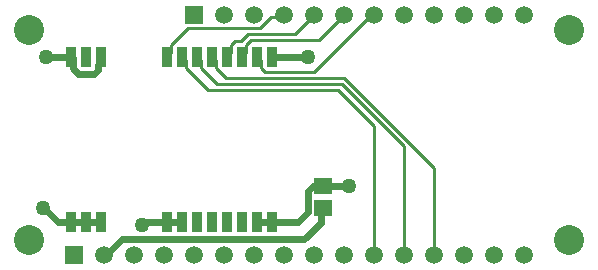
<source format=gtl>
G04*
G04 #@! TF.GenerationSoftware,Altium Limited,Altium Designer,20.1.12 (249)*
G04*
G04 Layer_Physical_Order=1*
G04 Layer_Color=255*
%FSLAX25Y25*%
%MOIN*%
G70*
G04*
G04 #@! TF.SameCoordinates,33CBB710-F513-43EE-AC46-A9A21D48704F*
G04*
G04*
G04 #@! TF.FilePolarity,Positive*
G04*
G01*
G75*
%ADD10C,0.01000*%
%ADD12R,0.05906X0.05512*%
%ADD13R,0.03543X0.07087*%
%ADD14R,0.03543X0.07087*%
%ADD22C,0.02362*%
%ADD23C,0.05906*%
%ADD24R,0.05906X0.05906*%
%ADD25C,0.10000*%
%ADD26C,0.05000*%
D10*
X125000Y5000D02*
Y48000D01*
X113000Y60000D02*
X125000Y48000D01*
X69587Y60000D02*
X113000D01*
X60964Y71059D02*
X62236Y69787D01*
Y67351D02*
Y69787D01*
Y67351D02*
X69587Y60000D01*
X145000Y5000D02*
Y33914D01*
X114914Y64000D02*
X145000Y33914D01*
X135000Y5000D02*
Y41086D01*
X114086Y62000D02*
X135000Y41086D01*
X72587Y62000D02*
X114086D01*
X65964Y71059D02*
X67236Y69787D01*
Y67351D02*
Y69787D01*
Y67351D02*
X72587Y62000D01*
X75587Y64000D02*
X114914D01*
X87236Y67351D02*
Y69787D01*
Y67351D02*
X88571Y66016D01*
X70964Y71059D02*
X72236Y69787D01*
X88571Y66016D02*
X105016D01*
X72236Y67351D02*
Y69787D01*
X85964Y71059D02*
X87236Y69787D01*
X72236Y67351D02*
X75587Y64000D01*
X105016Y66016D02*
X124000Y85000D01*
X84016Y76547D02*
X106547D01*
X83047Y78547D02*
X98547D01*
X57236Y72331D02*
Y74767D01*
X80602Y76102D02*
X83047Y78547D01*
X98547D02*
X105000Y85000D01*
X63016Y80547D02*
X86844D01*
X94250Y84250D02*
X95000Y85000D01*
X86844Y80547D02*
X90547Y84250D01*
X82236Y74767D02*
X84016Y76547D01*
X90547Y84250D02*
X94250D01*
X57236Y74767D02*
X63016Y80547D01*
X55964Y71059D02*
X57236Y72331D01*
X106547Y76547D02*
X115000Y85000D01*
X77693Y75193D02*
Y75224D01*
X77236Y74736D02*
X77693Y75193D01*
X77236Y72331D02*
Y74736D01*
X75964Y71059D02*
X77236Y72331D01*
X77693Y75224D02*
X78571Y76102D01*
X80602D01*
X80964Y71059D02*
X82236Y72331D01*
Y74767D01*
X124000Y85000D02*
X125000D01*
D12*
X108000Y20520D02*
D03*
Y28000D02*
D03*
D13*
X24035Y71059D02*
D03*
X29035D02*
D03*
X34035D02*
D03*
X90964Y15941D02*
D03*
X85964D02*
D03*
X80964D02*
D03*
X75964D02*
D03*
X70964D02*
D03*
X65964D02*
D03*
X60964D02*
D03*
X34035D02*
D03*
X29035D02*
D03*
X24035D02*
D03*
X55964D02*
D03*
D14*
Y71059D02*
D03*
X60964D02*
D03*
X65964D02*
D03*
X70964D02*
D03*
X75964D02*
D03*
X80964D02*
D03*
X85964D02*
D03*
X90964D02*
D03*
D22*
X108000Y28000D02*
X116500D01*
X104500D02*
X108000D01*
X102750Y26250D02*
X104500Y28000D01*
X99441Y15941D02*
X102750Y19250D01*
Y26250D01*
X90964Y15941D02*
X99441D01*
X40801Y10216D02*
X101716D01*
X107104Y19624D02*
X108000Y20520D01*
X107104Y15604D02*
Y19624D01*
X101716Y10216D02*
X107104Y15604D01*
X35585Y5000D02*
X40801Y10216D01*
X35000Y5000D02*
X35585D01*
X47500Y15000D02*
X48441Y15941D01*
X55964D01*
X15500Y71000D02*
X23976D01*
X24035Y71059D01*
X15000Y20500D02*
X19559Y15941D01*
X14500Y20500D02*
X15000D01*
X19559Y15941D02*
X24035D01*
X90964Y71059D02*
X103059D01*
X24035D02*
X24626Y70468D01*
Y67069D02*
Y70468D01*
Y67069D02*
X26360Y65335D01*
X31710D01*
X32988Y66612D01*
Y68240D01*
X34035Y69287D01*
Y71059D01*
X29035Y15941D02*
X34035D01*
X24035D02*
X29035D01*
X55964D02*
X60964D01*
X85964D02*
X90964D01*
D23*
X75000Y85000D02*
D03*
X85000D02*
D03*
X95000D02*
D03*
X105000D02*
D03*
X115000D02*
D03*
X125000D02*
D03*
X135000D02*
D03*
X145000D02*
D03*
X155000D02*
D03*
X165000D02*
D03*
X175000D02*
D03*
X35000Y5000D02*
D03*
X45000D02*
D03*
X55000D02*
D03*
X65000D02*
D03*
X75000D02*
D03*
X85000D02*
D03*
X95000D02*
D03*
X105000D02*
D03*
X115000D02*
D03*
X125000D02*
D03*
X135000D02*
D03*
X145000D02*
D03*
X155000D02*
D03*
X165000D02*
D03*
X175000D02*
D03*
D24*
X65000Y85000D02*
D03*
X25000Y5000D02*
D03*
D25*
X190000Y10000D02*
D03*
Y80000D02*
D03*
X10000D02*
D03*
Y10000D02*
D03*
D26*
X116500Y28000D02*
D03*
X47500Y15000D02*
D03*
X15500Y71000D02*
D03*
X14500Y20500D02*
D03*
X103059Y71059D02*
D03*
M02*

</source>
